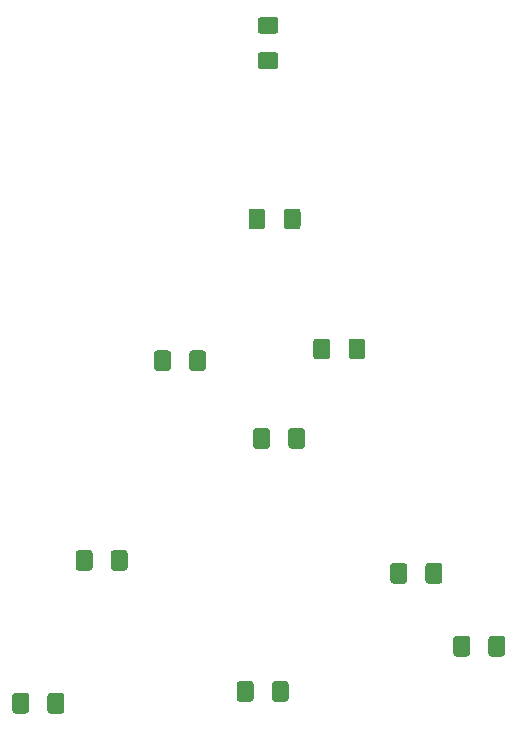
<source format=gbr>
%TF.GenerationSoftware,KiCad,Pcbnew,(5.1.12-1-10_14)*%
%TF.CreationDate,2021-11-29T13:25:55-05:00*%
%TF.ProjectId,Electronics Club,456c6563-7472-46f6-9e69-637320436c75,rev?*%
%TF.SameCoordinates,Original*%
%TF.FileFunction,Paste,Top*%
%TF.FilePolarity,Positive*%
%FSLAX46Y46*%
G04 Gerber Fmt 4.6, Leading zero omitted, Abs format (unit mm)*
G04 Created by KiCad (PCBNEW (5.1.12-1-10_14)) date 2021-11-29 13:25:55*
%MOMM*%
%LPD*%
G01*
G04 APERTURE LIST*
G04 APERTURE END LIST*
%TO.C,D1*%
G36*
G01*
X181340600Y-55900900D02*
X182590600Y-55900900D01*
G75*
G02*
X182840600Y-56150900I0J-250000D01*
G01*
X182840600Y-57075900D01*
G75*
G02*
X182590600Y-57325900I-250000J0D01*
G01*
X181340600Y-57325900D01*
G75*
G02*
X181090600Y-57075900I0J250000D01*
G01*
X181090600Y-56150900D01*
G75*
G02*
X181340600Y-55900900I250000J0D01*
G01*
G37*
G36*
G01*
X181340600Y-58875900D02*
X182590600Y-58875900D01*
G75*
G02*
X182840600Y-59125900I0J-250000D01*
G01*
X182840600Y-60050900D01*
G75*
G02*
X182590600Y-60300900I-250000J0D01*
G01*
X181340600Y-60300900D01*
G75*
G02*
X181090600Y-60050900I0J250000D01*
G01*
X181090600Y-59125900D01*
G75*
G02*
X181340600Y-58875900I250000J0D01*
G01*
G37*
%TD*%
%TO.C,D2*%
G36*
G01*
X163287500Y-114625000D02*
X163287500Y-113375000D01*
G75*
G02*
X163537500Y-113125000I250000J0D01*
G01*
X164462500Y-113125000D01*
G75*
G02*
X164712500Y-113375000I0J-250000D01*
G01*
X164712500Y-114625000D01*
G75*
G02*
X164462500Y-114875000I-250000J0D01*
G01*
X163537500Y-114875000D01*
G75*
G02*
X163287500Y-114625000I0J250000D01*
G01*
G37*
G36*
G01*
X160312500Y-114625000D02*
X160312500Y-113375000D01*
G75*
G02*
X160562500Y-113125000I250000J0D01*
G01*
X161487500Y-113125000D01*
G75*
G02*
X161737500Y-113375000I0J-250000D01*
G01*
X161737500Y-114625000D01*
G75*
G02*
X161487500Y-114875000I-250000J0D01*
G01*
X160562500Y-114875000D01*
G75*
G02*
X160312500Y-114625000I0J250000D01*
G01*
G37*
%TD*%
%TO.C,D3*%
G36*
G01*
X172312500Y-85625000D02*
X172312500Y-84375000D01*
G75*
G02*
X172562500Y-84125000I250000J0D01*
G01*
X173487500Y-84125000D01*
G75*
G02*
X173737500Y-84375000I0J-250000D01*
G01*
X173737500Y-85625000D01*
G75*
G02*
X173487500Y-85875000I-250000J0D01*
G01*
X172562500Y-85875000D01*
G75*
G02*
X172312500Y-85625000I0J250000D01*
G01*
G37*
G36*
G01*
X175287500Y-85625000D02*
X175287500Y-84375000D01*
G75*
G02*
X175537500Y-84125000I250000J0D01*
G01*
X176462500Y-84125000D01*
G75*
G02*
X176712500Y-84375000I0J-250000D01*
G01*
X176712500Y-85625000D01*
G75*
G02*
X176462500Y-85875000I-250000J0D01*
G01*
X175537500Y-85875000D01*
G75*
G02*
X175287500Y-85625000I0J250000D01*
G01*
G37*
%TD*%
%TO.C,D4*%
G36*
G01*
X193737500Y-102375000D02*
X193737500Y-103625000D01*
G75*
G02*
X193487500Y-103875000I-250000J0D01*
G01*
X192562500Y-103875000D01*
G75*
G02*
X192312500Y-103625000I0J250000D01*
G01*
X192312500Y-102375000D01*
G75*
G02*
X192562500Y-102125000I250000J0D01*
G01*
X193487500Y-102125000D01*
G75*
G02*
X193737500Y-102375000I0J-250000D01*
G01*
G37*
G36*
G01*
X196712500Y-102375000D02*
X196712500Y-103625000D01*
G75*
G02*
X196462500Y-103875000I-250000J0D01*
G01*
X195537500Y-103875000D01*
G75*
G02*
X195287500Y-103625000I0J250000D01*
G01*
X195287500Y-102375000D01*
G75*
G02*
X195537500Y-102125000I250000J0D01*
G01*
X196462500Y-102125000D01*
G75*
G02*
X196712500Y-102375000I0J-250000D01*
G01*
G37*
%TD*%
%TO.C,D5*%
G36*
G01*
X180700100Y-92202600D02*
X180700100Y-90952600D01*
G75*
G02*
X180950100Y-90702600I250000J0D01*
G01*
X181875100Y-90702600D01*
G75*
G02*
X182125100Y-90952600I0J-250000D01*
G01*
X182125100Y-92202600D01*
G75*
G02*
X181875100Y-92452600I-250000J0D01*
G01*
X180950100Y-92452600D01*
G75*
G02*
X180700100Y-92202600I0J250000D01*
G01*
G37*
G36*
G01*
X183675100Y-92202600D02*
X183675100Y-90952600D01*
G75*
G02*
X183925100Y-90702600I250000J0D01*
G01*
X184850100Y-90702600D01*
G75*
G02*
X185100100Y-90952600I0J-250000D01*
G01*
X185100100Y-92202600D01*
G75*
G02*
X184850100Y-92452600I-250000J0D01*
G01*
X183925100Y-92452600D01*
G75*
G02*
X183675100Y-92202600I0J250000D01*
G01*
G37*
%TD*%
%TO.C,D6*%
G36*
G01*
X199072200Y-108544200D02*
X199072200Y-109794200D01*
G75*
G02*
X198822200Y-110044200I-250000J0D01*
G01*
X197897200Y-110044200D01*
G75*
G02*
X197647200Y-109794200I0J250000D01*
G01*
X197647200Y-108544200D01*
G75*
G02*
X197897200Y-108294200I250000J0D01*
G01*
X198822200Y-108294200D01*
G75*
G02*
X199072200Y-108544200I0J-250000D01*
G01*
G37*
G36*
G01*
X202047200Y-108544200D02*
X202047200Y-109794200D01*
G75*
G02*
X201797200Y-110044200I-250000J0D01*
G01*
X200872200Y-110044200D01*
G75*
G02*
X200622200Y-109794200I0J250000D01*
G01*
X200622200Y-108544200D01*
G75*
G02*
X200872200Y-108294200I250000J0D01*
G01*
X201797200Y-108294200D01*
G75*
G02*
X202047200Y-108544200I0J-250000D01*
G01*
G37*
%TD*%
%TO.C,D7*%
G36*
G01*
X165679700Y-102529800D02*
X165679700Y-101279800D01*
G75*
G02*
X165929700Y-101029800I250000J0D01*
G01*
X166854700Y-101029800D01*
G75*
G02*
X167104700Y-101279800I0J-250000D01*
G01*
X167104700Y-102529800D01*
G75*
G02*
X166854700Y-102779800I-250000J0D01*
G01*
X165929700Y-102779800D01*
G75*
G02*
X165679700Y-102529800I0J250000D01*
G01*
G37*
G36*
G01*
X168654700Y-102529800D02*
X168654700Y-101279800D01*
G75*
G02*
X168904700Y-101029800I250000J0D01*
G01*
X169829700Y-101029800D01*
G75*
G02*
X170079700Y-101279800I0J-250000D01*
G01*
X170079700Y-102529800D01*
G75*
G02*
X169829700Y-102779800I-250000J0D01*
G01*
X168904700Y-102779800D01*
G75*
G02*
X168654700Y-102529800I0J250000D01*
G01*
G37*
%TD*%
%TO.C,D8*%
G36*
G01*
X181737500Y-72375000D02*
X181737500Y-73625000D01*
G75*
G02*
X181487500Y-73875000I-250000J0D01*
G01*
X180562500Y-73875000D01*
G75*
G02*
X180312500Y-73625000I0J250000D01*
G01*
X180312500Y-72375000D01*
G75*
G02*
X180562500Y-72125000I250000J0D01*
G01*
X181487500Y-72125000D01*
G75*
G02*
X181737500Y-72375000I0J-250000D01*
G01*
G37*
G36*
G01*
X184712500Y-72375000D02*
X184712500Y-73625000D01*
G75*
G02*
X184462500Y-73875000I-250000J0D01*
G01*
X183537500Y-73875000D01*
G75*
G02*
X183287500Y-73625000I0J250000D01*
G01*
X183287500Y-72375000D01*
G75*
G02*
X183537500Y-72125000I250000J0D01*
G01*
X184462500Y-72125000D01*
G75*
G02*
X184712500Y-72375000I0J-250000D01*
G01*
G37*
%TD*%
%TO.C,D9*%
G36*
G01*
X190200000Y-83375000D02*
X190200000Y-84625000D01*
G75*
G02*
X189950000Y-84875000I-250000J0D01*
G01*
X189025000Y-84875000D01*
G75*
G02*
X188775000Y-84625000I0J250000D01*
G01*
X188775000Y-83375000D01*
G75*
G02*
X189025000Y-83125000I250000J0D01*
G01*
X189950000Y-83125000D01*
G75*
G02*
X190200000Y-83375000I0J-250000D01*
G01*
G37*
G36*
G01*
X187225000Y-83375000D02*
X187225000Y-84625000D01*
G75*
G02*
X186975000Y-84875000I-250000J0D01*
G01*
X186050000Y-84875000D01*
G75*
G02*
X185800000Y-84625000I0J250000D01*
G01*
X185800000Y-83375000D01*
G75*
G02*
X186050000Y-83125000I250000J0D01*
G01*
X186975000Y-83125000D01*
G75*
G02*
X187225000Y-83375000I0J-250000D01*
G01*
G37*
%TD*%
%TO.C,D10*%
G36*
G01*
X182287500Y-113625000D02*
X182287500Y-112375000D01*
G75*
G02*
X182537500Y-112125000I250000J0D01*
G01*
X183462500Y-112125000D01*
G75*
G02*
X183712500Y-112375000I0J-250000D01*
G01*
X183712500Y-113625000D01*
G75*
G02*
X183462500Y-113875000I-250000J0D01*
G01*
X182537500Y-113875000D01*
G75*
G02*
X182287500Y-113625000I0J250000D01*
G01*
G37*
G36*
G01*
X179312500Y-113625000D02*
X179312500Y-112375000D01*
G75*
G02*
X179562500Y-112125000I250000J0D01*
G01*
X180487500Y-112125000D01*
G75*
G02*
X180737500Y-112375000I0J-250000D01*
G01*
X180737500Y-113625000D01*
G75*
G02*
X180487500Y-113875000I-250000J0D01*
G01*
X179562500Y-113875000D01*
G75*
G02*
X179312500Y-113625000I0J250000D01*
G01*
G37*
%TD*%
M02*

</source>
